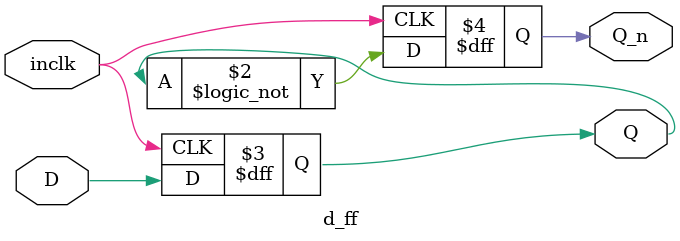
<source format=v>
module d_ff(
    input inclk,
    input D,
    output reg Q,
    output reg Q_n
);

always@(posedge inclk) begin
    Q <= D;
    Q_n <= !Q;
end

endmodule
</source>
